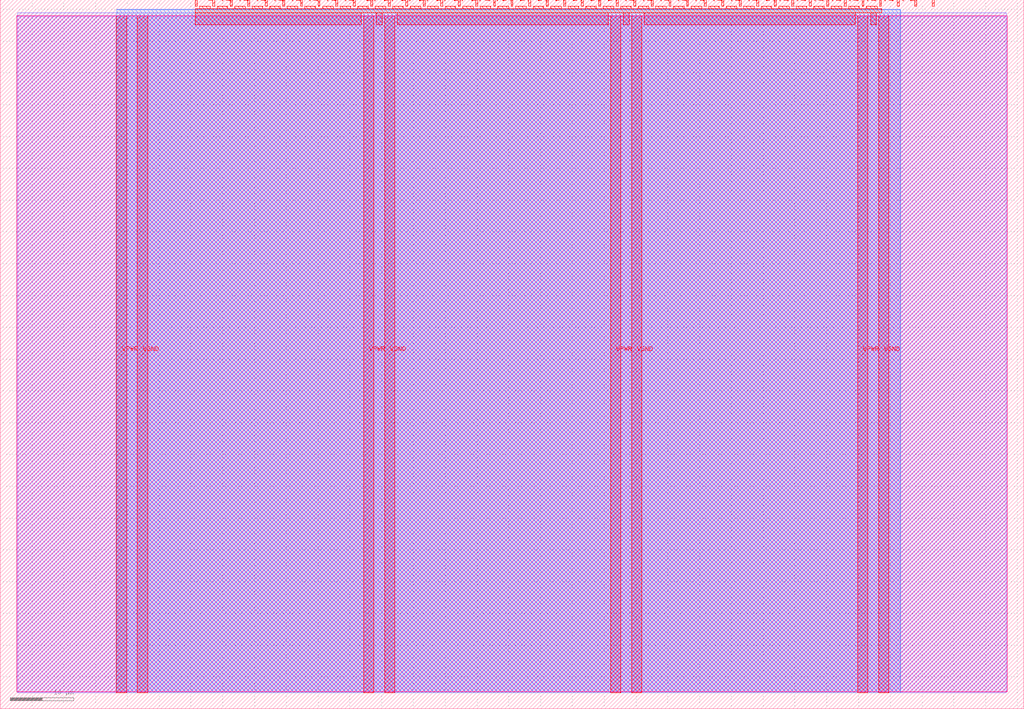
<source format=lef>
VERSION 5.7 ;
  NOWIREEXTENSIONATPIN ON ;
  DIVIDERCHAR "/" ;
  BUSBITCHARS "[]" ;
MACRO tt_um_b_6_array_multiplier
  CLASS BLOCK ;
  FOREIGN tt_um_b_6_array_multiplier ;
  ORIGIN 0.000 0.000 ;
  SIZE 161.000 BY 111.520 ;
  PIN VGND
    DIRECTION INOUT ;
    USE GROUND ;
    PORT
      LAYER met4 ;
        RECT 21.580 2.480 23.180 109.040 ;
    END
    PORT
      LAYER met4 ;
        RECT 60.450 2.480 62.050 109.040 ;
    END
    PORT
      LAYER met4 ;
        RECT 99.320 2.480 100.920 109.040 ;
    END
    PORT
      LAYER met4 ;
        RECT 138.190 2.480 139.790 109.040 ;
    END
  END VGND
  PIN VPWR
    DIRECTION INOUT ;
    USE POWER ;
    PORT
      LAYER met4 ;
        RECT 18.280 2.480 19.880 109.040 ;
    END
    PORT
      LAYER met4 ;
        RECT 57.150 2.480 58.750 109.040 ;
    END
    PORT
      LAYER met4 ;
        RECT 96.020 2.480 97.620 109.040 ;
    END
    PORT
      LAYER met4 ;
        RECT 134.890 2.480 136.490 109.040 ;
    END
  END VPWR
  PIN clk
    DIRECTION INPUT ;
    USE SIGNAL ;
    PORT
      LAYER met4 ;
        RECT 143.830 110.520 144.130 111.520 ;
    END
  END clk
  PIN ena
    DIRECTION INPUT ;
    USE SIGNAL ;
    PORT
      LAYER met4 ;
        RECT 146.590 110.520 146.890 111.520 ;
    END
  END ena
  PIN rst_n
    DIRECTION INPUT ;
    USE SIGNAL ;
    PORT
      LAYER met4 ;
        RECT 141.070 110.520 141.370 111.520 ;
    END
  END rst_n
  PIN ui_in[0]
    DIRECTION INPUT ;
    USE SIGNAL ;
    ANTENNAGATEAREA 0.196500 ;
    PORT
      LAYER met4 ;
        RECT 138.310 110.520 138.610 111.520 ;
    END
  END ui_in[0]
  PIN ui_in[1]
    DIRECTION INPUT ;
    USE SIGNAL ;
    ANTENNAGATEAREA 0.126000 ;
    PORT
      LAYER met4 ;
        RECT 135.550 110.520 135.850 111.520 ;
    END
  END ui_in[1]
  PIN ui_in[2]
    DIRECTION INPUT ;
    USE SIGNAL ;
    ANTENNAGATEAREA 0.213000 ;
    PORT
      LAYER met4 ;
        RECT 132.790 110.520 133.090 111.520 ;
    END
  END ui_in[2]
  PIN ui_in[3]
    DIRECTION INPUT ;
    USE SIGNAL ;
    ANTENNAGATEAREA 0.213000 ;
    PORT
      LAYER met4 ;
        RECT 130.030 110.520 130.330 111.520 ;
    END
  END ui_in[3]
  PIN ui_in[4]
    DIRECTION INPUT ;
    USE SIGNAL ;
    ANTENNAGATEAREA 0.126000 ;
    PORT
      LAYER met4 ;
        RECT 127.270 110.520 127.570 111.520 ;
    END
  END ui_in[4]
  PIN ui_in[5]
    DIRECTION INPUT ;
    USE SIGNAL ;
    ANTENNAGATEAREA 0.213000 ;
    PORT
      LAYER met4 ;
        RECT 124.510 110.520 124.810 111.520 ;
    END
  END ui_in[5]
  PIN ui_in[6]
    DIRECTION INPUT ;
    USE SIGNAL ;
    ANTENNAGATEAREA 0.213000 ;
    PORT
      LAYER met4 ;
        RECT 121.750 110.520 122.050 111.520 ;
    END
  END ui_in[6]
  PIN ui_in[7]
    DIRECTION INPUT ;
    USE SIGNAL ;
    ANTENNAGATEAREA 0.213000 ;
    PORT
      LAYER met4 ;
        RECT 118.990 110.520 119.290 111.520 ;
    END
  END ui_in[7]
  PIN uio_in[0]
    DIRECTION INPUT ;
    USE SIGNAL ;
    PORT
      LAYER met4 ;
        RECT 116.230 110.520 116.530 111.520 ;
    END
  END uio_in[0]
  PIN uio_in[1]
    DIRECTION INPUT ;
    USE SIGNAL ;
    PORT
      LAYER met4 ;
        RECT 113.470 110.520 113.770 111.520 ;
    END
  END uio_in[1]
  PIN uio_in[2]
    DIRECTION INPUT ;
    USE SIGNAL ;
    PORT
      LAYER met4 ;
        RECT 110.710 110.520 111.010 111.520 ;
    END
  END uio_in[2]
  PIN uio_in[3]
    DIRECTION INPUT ;
    USE SIGNAL ;
    PORT
      LAYER met4 ;
        RECT 107.950 110.520 108.250 111.520 ;
    END
  END uio_in[3]
  PIN uio_in[4]
    DIRECTION INPUT ;
    USE SIGNAL ;
    PORT
      LAYER met4 ;
        RECT 105.190 110.520 105.490 111.520 ;
    END
  END uio_in[4]
  PIN uio_in[5]
    DIRECTION INPUT ;
    USE SIGNAL ;
    PORT
      LAYER met4 ;
        RECT 102.430 110.520 102.730 111.520 ;
    END
  END uio_in[5]
  PIN uio_in[6]
    DIRECTION INPUT ;
    USE SIGNAL ;
    PORT
      LAYER met4 ;
        RECT 99.670 110.520 99.970 111.520 ;
    END
  END uio_in[6]
  PIN uio_in[7]
    DIRECTION INPUT ;
    USE SIGNAL ;
    PORT
      LAYER met4 ;
        RECT 96.910 110.520 97.210 111.520 ;
    END
  END uio_in[7]
  PIN uio_oe[0]
    DIRECTION OUTPUT ;
    USE SIGNAL ;
    PORT
      LAYER met4 ;
        RECT 49.990 110.520 50.290 111.520 ;
    END
  END uio_oe[0]
  PIN uio_oe[1]
    DIRECTION OUTPUT ;
    USE SIGNAL ;
    PORT
      LAYER met4 ;
        RECT 47.230 110.520 47.530 111.520 ;
    END
  END uio_oe[1]
  PIN uio_oe[2]
    DIRECTION OUTPUT ;
    USE SIGNAL ;
    PORT
      LAYER met4 ;
        RECT 44.470 110.520 44.770 111.520 ;
    END
  END uio_oe[2]
  PIN uio_oe[3]
    DIRECTION OUTPUT ;
    USE SIGNAL ;
    PORT
      LAYER met4 ;
        RECT 41.710 110.520 42.010 111.520 ;
    END
  END uio_oe[3]
  PIN uio_oe[4]
    DIRECTION OUTPUT ;
    USE SIGNAL ;
    PORT
      LAYER met4 ;
        RECT 38.950 110.520 39.250 111.520 ;
    END
  END uio_oe[4]
  PIN uio_oe[5]
    DIRECTION OUTPUT ;
    USE SIGNAL ;
    PORT
      LAYER met4 ;
        RECT 36.190 110.520 36.490 111.520 ;
    END
  END uio_oe[5]
  PIN uio_oe[6]
    DIRECTION OUTPUT ;
    USE SIGNAL ;
    PORT
      LAYER met4 ;
        RECT 33.430 110.520 33.730 111.520 ;
    END
  END uio_oe[6]
  PIN uio_oe[7]
    DIRECTION OUTPUT ;
    USE SIGNAL ;
    PORT
      LAYER met4 ;
        RECT 30.670 110.520 30.970 111.520 ;
    END
  END uio_oe[7]
  PIN uio_out[0]
    DIRECTION OUTPUT ;
    USE SIGNAL ;
    PORT
      LAYER met4 ;
        RECT 72.070 110.520 72.370 111.520 ;
    END
  END uio_out[0]
  PIN uio_out[1]
    DIRECTION OUTPUT ;
    USE SIGNAL ;
    PORT
      LAYER met4 ;
        RECT 69.310 110.520 69.610 111.520 ;
    END
  END uio_out[1]
  PIN uio_out[2]
    DIRECTION OUTPUT ;
    USE SIGNAL ;
    PORT
      LAYER met4 ;
        RECT 66.550 110.520 66.850 111.520 ;
    END
  END uio_out[2]
  PIN uio_out[3]
    DIRECTION OUTPUT ;
    USE SIGNAL ;
    PORT
      LAYER met4 ;
        RECT 63.790 110.520 64.090 111.520 ;
    END
  END uio_out[3]
  PIN uio_out[4]
    DIRECTION OUTPUT ;
    USE SIGNAL ;
    PORT
      LAYER met4 ;
        RECT 61.030 110.520 61.330 111.520 ;
    END
  END uio_out[4]
  PIN uio_out[5]
    DIRECTION OUTPUT ;
    USE SIGNAL ;
    PORT
      LAYER met4 ;
        RECT 58.270 110.520 58.570 111.520 ;
    END
  END uio_out[5]
  PIN uio_out[6]
    DIRECTION OUTPUT ;
    USE SIGNAL ;
    PORT
      LAYER met4 ;
        RECT 55.510 110.520 55.810 111.520 ;
    END
  END uio_out[6]
  PIN uio_out[7]
    DIRECTION OUTPUT ;
    USE SIGNAL ;
    PORT
      LAYER met4 ;
        RECT 52.750 110.520 53.050 111.520 ;
    END
  END uio_out[7]
  PIN uo_out[0]
    DIRECTION OUTPUT ;
    USE SIGNAL ;
    ANTENNADIFFAREA 0.445500 ;
    PORT
      LAYER met4 ;
        RECT 94.150 110.520 94.450 111.520 ;
    END
  END uo_out[0]
  PIN uo_out[1]
    DIRECTION OUTPUT ;
    USE SIGNAL ;
    ANTENNADIFFAREA 0.445500 ;
    PORT
      LAYER met4 ;
        RECT 91.390 110.520 91.690 111.520 ;
    END
  END uo_out[1]
  PIN uo_out[2]
    DIRECTION OUTPUT ;
    USE SIGNAL ;
    ANTENNADIFFAREA 0.445500 ;
    PORT
      LAYER met4 ;
        RECT 88.630 110.520 88.930 111.520 ;
    END
  END uo_out[2]
  PIN uo_out[3]
    DIRECTION OUTPUT ;
    USE SIGNAL ;
    ANTENNADIFFAREA 0.445500 ;
    PORT
      LAYER met4 ;
        RECT 85.870 110.520 86.170 111.520 ;
    END
  END uo_out[3]
  PIN uo_out[4]
    DIRECTION OUTPUT ;
    USE SIGNAL ;
    ANTENNADIFFAREA 0.445500 ;
    PORT
      LAYER met4 ;
        RECT 83.110 110.520 83.410 111.520 ;
    END
  END uo_out[4]
  PIN uo_out[5]
    DIRECTION OUTPUT ;
    USE SIGNAL ;
    ANTENNADIFFAREA 0.445500 ;
    PORT
      LAYER met4 ;
        RECT 80.350 110.520 80.650 111.520 ;
    END
  END uo_out[5]
  PIN uo_out[6]
    DIRECTION OUTPUT ;
    USE SIGNAL ;
    ANTENNADIFFAREA 0.445500 ;
    PORT
      LAYER met4 ;
        RECT 77.590 110.520 77.890 111.520 ;
    END
  END uo_out[6]
  PIN uo_out[7]
    DIRECTION OUTPUT ;
    USE SIGNAL ;
    ANTENNADIFFAREA 0.445500 ;
    PORT
      LAYER met4 ;
        RECT 74.830 110.520 75.130 111.520 ;
    END
  END uo_out[7]
  OBS
      LAYER nwell ;
        RECT 2.570 2.635 158.430 108.990 ;
      LAYER li1 ;
        RECT 2.760 2.635 158.240 108.885 ;
      LAYER met1 ;
        RECT 2.760 2.480 158.240 109.440 ;
      LAYER met2 ;
        RECT 18.310 2.535 141.590 110.005 ;
      LAYER met3 ;
        RECT 18.290 2.555 141.615 109.985 ;
      LAYER met4 ;
        RECT 31.370 110.120 33.030 110.520 ;
        RECT 34.130 110.120 35.790 110.520 ;
        RECT 36.890 110.120 38.550 110.520 ;
        RECT 39.650 110.120 41.310 110.520 ;
        RECT 42.410 110.120 44.070 110.520 ;
        RECT 45.170 110.120 46.830 110.520 ;
        RECT 47.930 110.120 49.590 110.520 ;
        RECT 50.690 110.120 52.350 110.520 ;
        RECT 53.450 110.120 55.110 110.520 ;
        RECT 56.210 110.120 57.870 110.520 ;
        RECT 58.970 110.120 60.630 110.520 ;
        RECT 61.730 110.120 63.390 110.520 ;
        RECT 64.490 110.120 66.150 110.520 ;
        RECT 67.250 110.120 68.910 110.520 ;
        RECT 70.010 110.120 71.670 110.520 ;
        RECT 72.770 110.120 74.430 110.520 ;
        RECT 75.530 110.120 77.190 110.520 ;
        RECT 78.290 110.120 79.950 110.520 ;
        RECT 81.050 110.120 82.710 110.520 ;
        RECT 83.810 110.120 85.470 110.520 ;
        RECT 86.570 110.120 88.230 110.520 ;
        RECT 89.330 110.120 90.990 110.520 ;
        RECT 92.090 110.120 93.750 110.520 ;
        RECT 94.850 110.120 96.510 110.520 ;
        RECT 97.610 110.120 99.270 110.520 ;
        RECT 100.370 110.120 102.030 110.520 ;
        RECT 103.130 110.120 104.790 110.520 ;
        RECT 105.890 110.120 107.550 110.520 ;
        RECT 108.650 110.120 110.310 110.520 ;
        RECT 111.410 110.120 113.070 110.520 ;
        RECT 114.170 110.120 115.830 110.520 ;
        RECT 116.930 110.120 118.590 110.520 ;
        RECT 119.690 110.120 121.350 110.520 ;
        RECT 122.450 110.120 124.110 110.520 ;
        RECT 125.210 110.120 126.870 110.520 ;
        RECT 127.970 110.120 129.630 110.520 ;
        RECT 130.730 110.120 132.390 110.520 ;
        RECT 133.490 110.120 135.150 110.520 ;
        RECT 136.250 110.120 137.910 110.520 ;
        RECT 30.655 109.440 138.625 110.120 ;
        RECT 30.655 107.615 56.750 109.440 ;
        RECT 59.150 107.615 60.050 109.440 ;
        RECT 62.450 107.615 95.620 109.440 ;
        RECT 98.020 107.615 98.920 109.440 ;
        RECT 101.320 107.615 134.490 109.440 ;
        RECT 136.890 107.615 137.790 109.440 ;
  END
END tt_um_b_6_array_multiplier
END LIBRARY


</source>
